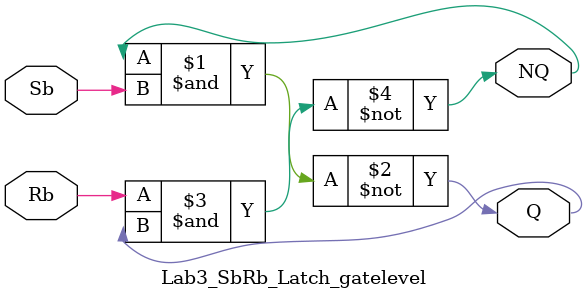
<source format=v>
`timescale 1ns / 1ps


module Lab3_SbRb_Latch_gatelevel(
    Sb,
    Rb,
    NQ,
    Q
    );
    
input Sb;
input Rb;
output NQ;
output Q;

nand g1(Q,NQ,Sb);
nand g2(NQ,Rb,Q); 
    
    
endmodule

</source>
